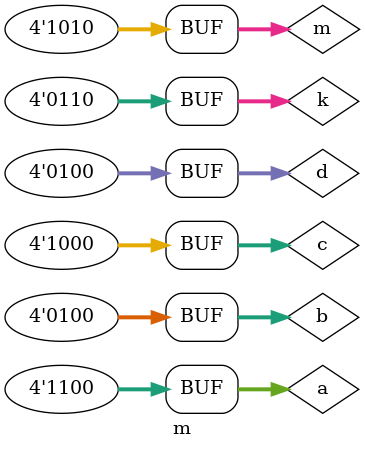
<source format=sv>
module m;
  reg [3:0] b,c,m,k;
  logic [3:0] a,d;
  
  assign a=c+b;
  
  initial 
    begin 
      
      c=8;
      b=4;
  d=4;
      k=6;
    end 
  
  initial

    begin   
    m=d+k;
  end 
  
  initial 
    $monitor("a=%d,m=%d",a,m);
  
  initial 
  
    begin 
      
      $dumpfile("dump.vcd");
     $dumpvars();
      
    end 
  
endmodule 
  

</source>
